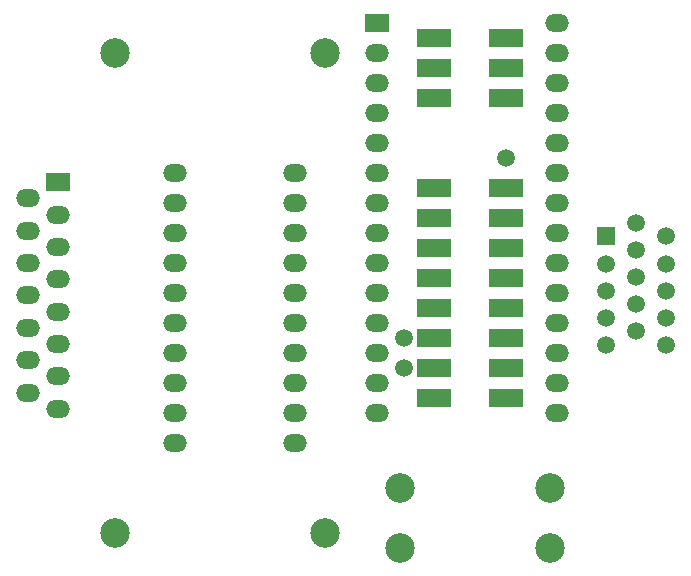
<source format=gbr>
G04 --- HEADER BEGIN --- *
%TF.GenerationSoftware,LibrePCB,LibrePCB,0.1.3*%
%TF.CreationDate,2020-04-15T18:42:34*%
%TF.ProjectId,Apple 2c VGA - default,6ee0dbe1-6aad-4263-9a0f-7c091fb3c0df,v1.1*%
%TF.Part,Single*%
%FSLAX66Y66*%
%MOMM*%
G01*
G74*
G04 --- HEADER END --- *
G04 --- APERTURE LIST BEGIN --- *
%ADD10C,2.5*%
%ADD11O,2.0X1.5*%
%ADD12C,1.5*%
%ADD13R,1.5X1.5*%
%ADD14R,2.0X1.5*%
%ADD15R,3.0X1.5*%
G04 --- APERTURE LIST END --- *
G04 --- BOARD BEGIN --- *
D10*
X17780000Y45720000D03*
X35560000Y45720000D03*
X35560000Y5080000D03*
X17780000Y5080000D03*
D11*
X22860000Y12700000D03*
X33020000Y20320000D03*
X22860000Y35560000D03*
X33020000Y33020000D03*
X33020000Y25400000D03*
X22860000Y33020000D03*
X22860000Y25400000D03*
X33020000Y35560000D03*
X33020000Y30480000D03*
X22860000Y30480000D03*
X33020000Y27940000D03*
X33020000Y15240000D03*
X22860000Y17780000D03*
X33020000Y12700000D03*
X22860000Y22860000D03*
X22860000Y20320000D03*
X22860000Y27940000D03*
X22860000Y15240000D03*
X33020000Y22860000D03*
X33020000Y17780000D03*
D12*
X64452500Y30145000D03*
X64452500Y27855000D03*
X64452500Y20985000D03*
X61912500Y26710000D03*
X64452500Y23275000D03*
D13*
X59372500Y30145000D03*
D12*
X59372500Y23275000D03*
X59372500Y25565000D03*
X59372500Y20985000D03*
X61912500Y22130000D03*
X61912500Y24420000D03*
X61912500Y29000000D03*
X61912500Y31290000D03*
X59372500Y27855000D03*
X64452500Y25565000D03*
D14*
X13017500Y34737500D03*
D11*
X13017500Y18297500D03*
X10477500Y16927500D03*
X13017500Y23777500D03*
X10477500Y22407500D03*
X13017500Y26517500D03*
X13017500Y15557500D03*
X10477500Y33367500D03*
X10477500Y27887500D03*
X13017500Y31997500D03*
X10477500Y19667500D03*
X10477500Y25147500D03*
X13017500Y21037500D03*
X13017500Y29257500D03*
X10477500Y30627500D03*
D10*
X41910000Y8890000D03*
X54610000Y3810000D03*
X41910000Y3810000D03*
X54610000Y8890000D03*
D15*
X50950600Y26617600D03*
X44797000Y24077600D03*
D11*
X55245000Y35560000D03*
X40005000Y43180000D03*
D14*
X40005000Y48260000D03*
D11*
X40005000Y27940000D03*
D15*
X50950600Y44397600D03*
X44797000Y31697600D03*
X50950600Y31697600D03*
X44797000Y44397600D03*
D11*
X40005000Y30480000D03*
X55245000Y22860000D03*
X55245000Y30480000D03*
D15*
X44797000Y21537600D03*
D12*
X50950600Y36777600D03*
D11*
X40005000Y40640000D03*
D12*
X42257000Y18997600D03*
D15*
X44797000Y16457600D03*
D11*
X55245000Y38100000D03*
D15*
X50950600Y41857600D03*
X44797000Y26617600D03*
D11*
X40005000Y20320000D03*
X55245000Y20320000D03*
D15*
X50950600Y21537600D03*
D11*
X40005000Y38100000D03*
D15*
X50950600Y34237600D03*
D11*
X40005000Y25400000D03*
X40005000Y22860000D03*
D15*
X50950600Y18997600D03*
D11*
X55245000Y40640000D03*
X40005000Y33020000D03*
D15*
X44797000Y41857600D03*
D11*
X55245000Y43180000D03*
X55245000Y15240000D03*
D15*
X44797000Y46937600D03*
D12*
X42257000Y21537600D03*
D15*
X44797000Y29157600D03*
D11*
X55245000Y33020000D03*
X40005000Y45720000D03*
X40005000Y17780000D03*
D15*
X50950600Y29157600D03*
X44797000Y34237600D03*
X50950600Y24077600D03*
X44797000Y18997600D03*
D11*
X55245000Y48260000D03*
X55245000Y27940000D03*
D15*
X50950600Y16457600D03*
D11*
X55245000Y25400000D03*
X55245000Y45720000D03*
X40005000Y35560000D03*
D15*
X50950600Y46937600D03*
D11*
X40005000Y15240000D03*
X55245000Y17780000D03*
G04 --- BOARD END --- *
%TF.MD5,10492ad76bb1b10488f2d4159ca3f0a6*%
M02*

</source>
